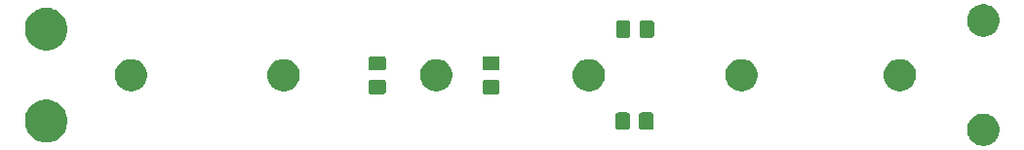
<source format=gbr>
G04 #@! TF.GenerationSoftware,KiCad,Pcbnew,(5.1.6)-1*
G04 #@! TF.CreationDate,2020-10-19T10:56:23-05:00*
G04 #@! TF.ProjectId,tri-slot-feedlines,7472692d-736c-46f7-942d-666565646c69,rev?*
G04 #@! TF.SameCoordinates,Original*
G04 #@! TF.FileFunction,Soldermask,Top*
G04 #@! TF.FilePolarity,Negative*
%FSLAX46Y46*%
G04 Gerber Fmt 4.6, Leading zero omitted, Abs format (unit mm)*
G04 Created by KiCad (PCBNEW (5.1.6)-1) date 2020-10-19 10:56:23*
%MOMM*%
%LPD*%
G01*
G04 APERTURE LIST*
%ADD10C,0.100000*%
G04 APERTURE END LIST*
D10*
G36*
X44318433Y-3384893D02*
G01*
X44408657Y-3402839D01*
X44442885Y-3417017D01*
X44663621Y-3508449D01*
X44739763Y-3559325D01*
X44893086Y-3661772D01*
X45088228Y-3856914D01*
X45190675Y-4010237D01*
X45241551Y-4086379D01*
X45347161Y-4341344D01*
X45396358Y-4588674D01*
X45401000Y-4612014D01*
X45401000Y-4887986D01*
X45347161Y-5158657D01*
X45303415Y-5264267D01*
X45241551Y-5413621D01*
X45241550Y-5413622D01*
X45088228Y-5643086D01*
X44893086Y-5838228D01*
X44739763Y-5940675D01*
X44663621Y-5991551D01*
X44514267Y-6053415D01*
X44408657Y-6097161D01*
X44318433Y-6115107D01*
X44137988Y-6151000D01*
X43862012Y-6151000D01*
X43681567Y-6115107D01*
X43591343Y-6097161D01*
X43485733Y-6053415D01*
X43336379Y-5991551D01*
X43260237Y-5940675D01*
X43106914Y-5838228D01*
X42911772Y-5643086D01*
X42758450Y-5413622D01*
X42758449Y-5413621D01*
X42696585Y-5264267D01*
X42652839Y-5158657D01*
X42599000Y-4887986D01*
X42599000Y-4612014D01*
X42603643Y-4588674D01*
X42652839Y-4341344D01*
X42758449Y-4086379D01*
X42809325Y-4010237D01*
X42911772Y-3856914D01*
X43106914Y-3661772D01*
X43260237Y-3559325D01*
X43336379Y-3508449D01*
X43557115Y-3417017D01*
X43591343Y-3402839D01*
X43681567Y-3384893D01*
X43862012Y-3349000D01*
X44137988Y-3349000D01*
X44318433Y-3384893D01*
G37*
G36*
X-36988887Y-2184567D02*
G01*
X-36810083Y-2220133D01*
X-36670552Y-2277929D01*
X-36473224Y-2359664D01*
X-36170057Y-2562234D01*
X-35912234Y-2820057D01*
X-35709664Y-3123224D01*
X-35657566Y-3249000D01*
X-35570133Y-3460083D01*
X-35499000Y-3817692D01*
X-35499000Y-4182308D01*
X-35570133Y-4539917D01*
X-35587972Y-4582983D01*
X-35709664Y-4876776D01*
X-35912234Y-5179943D01*
X-36170057Y-5437766D01*
X-36473224Y-5640336D01*
X-36670552Y-5722071D01*
X-36810083Y-5779867D01*
X-36988888Y-5815434D01*
X-37167691Y-5851000D01*
X-37532309Y-5851000D01*
X-37711112Y-5815434D01*
X-37889917Y-5779867D01*
X-38029448Y-5722071D01*
X-38226776Y-5640336D01*
X-38529943Y-5437766D01*
X-38787766Y-5179943D01*
X-38990336Y-4876776D01*
X-39112028Y-4582983D01*
X-39129867Y-4539917D01*
X-39201000Y-4182308D01*
X-39201000Y-3817692D01*
X-39129867Y-3460083D01*
X-39042434Y-3249000D01*
X-38990336Y-3123224D01*
X-38787766Y-2820057D01*
X-38529943Y-2562234D01*
X-38226776Y-2359664D01*
X-38029448Y-2277929D01*
X-37889917Y-2220133D01*
X-37711113Y-2184567D01*
X-37532309Y-2149000D01*
X-37167691Y-2149000D01*
X-36988887Y-2184567D01*
G37*
G36*
X15204674Y-3253465D02*
G01*
X15242367Y-3264899D01*
X15277103Y-3283466D01*
X15307548Y-3308452D01*
X15332534Y-3338897D01*
X15351101Y-3373633D01*
X15362535Y-3411326D01*
X15367000Y-3456661D01*
X15367000Y-4543339D01*
X15362535Y-4588674D01*
X15351101Y-4626367D01*
X15332534Y-4661103D01*
X15307548Y-4691548D01*
X15277103Y-4716534D01*
X15242367Y-4735101D01*
X15204674Y-4746535D01*
X15159339Y-4751000D01*
X14322661Y-4751000D01*
X14277326Y-4746535D01*
X14239633Y-4735101D01*
X14204897Y-4716534D01*
X14174452Y-4691548D01*
X14149466Y-4661103D01*
X14130899Y-4626367D01*
X14119465Y-4588674D01*
X14115000Y-4543339D01*
X14115000Y-3456661D01*
X14119465Y-3411326D01*
X14130899Y-3373633D01*
X14149466Y-3338897D01*
X14174452Y-3308452D01*
X14204897Y-3283466D01*
X14239633Y-3264899D01*
X14277326Y-3253465D01*
X14322661Y-3249000D01*
X15159339Y-3249000D01*
X15204674Y-3253465D01*
G37*
G36*
X13154674Y-3253465D02*
G01*
X13192367Y-3264899D01*
X13227103Y-3283466D01*
X13257548Y-3308452D01*
X13282534Y-3338897D01*
X13301101Y-3373633D01*
X13312535Y-3411326D01*
X13317000Y-3456661D01*
X13317000Y-4543339D01*
X13312535Y-4588674D01*
X13301101Y-4626367D01*
X13282534Y-4661103D01*
X13257548Y-4691548D01*
X13227103Y-4716534D01*
X13192367Y-4735101D01*
X13154674Y-4746535D01*
X13109339Y-4751000D01*
X12272661Y-4751000D01*
X12227326Y-4746535D01*
X12189633Y-4735101D01*
X12154897Y-4716534D01*
X12124452Y-4691548D01*
X12099466Y-4661103D01*
X12080899Y-4626367D01*
X12069465Y-4588674D01*
X12065000Y-4543339D01*
X12065000Y-3456661D01*
X12069465Y-3411326D01*
X12080899Y-3373633D01*
X12099466Y-3338897D01*
X12124452Y-3308452D01*
X12154897Y-3283466D01*
X12189633Y-3264899D01*
X12227326Y-3253465D01*
X12272661Y-3249000D01*
X13109339Y-3249000D01*
X13154674Y-3253465D01*
G37*
G36*
X-8031326Y-403465D02*
G01*
X-7993633Y-414899D01*
X-7958897Y-433466D01*
X-7928452Y-458452D01*
X-7903466Y-488897D01*
X-7884899Y-523633D01*
X-7873465Y-561326D01*
X-7869000Y-606661D01*
X-7869000Y-1443339D01*
X-7873465Y-1488674D01*
X-7884899Y-1526367D01*
X-7903466Y-1561103D01*
X-7928452Y-1591548D01*
X-7958897Y-1616534D01*
X-7993633Y-1635101D01*
X-8031326Y-1646535D01*
X-8076661Y-1651000D01*
X-9163339Y-1651000D01*
X-9208674Y-1646535D01*
X-9246367Y-1635101D01*
X-9281103Y-1616534D01*
X-9311548Y-1591548D01*
X-9336534Y-1561103D01*
X-9355101Y-1526367D01*
X-9366535Y-1488674D01*
X-9371000Y-1443339D01*
X-9371000Y-606661D01*
X-9366535Y-561326D01*
X-9355101Y-523633D01*
X-9336534Y-488897D01*
X-9311548Y-458452D01*
X-9281103Y-433466D01*
X-9246367Y-414899D01*
X-9208674Y-403465D01*
X-9163339Y-399000D01*
X-8076661Y-399000D01*
X-8031326Y-403465D01*
G37*
G36*
X1858674Y-403465D02*
G01*
X1896367Y-414899D01*
X1931103Y-433466D01*
X1961548Y-458452D01*
X1986534Y-488897D01*
X2005101Y-523633D01*
X2016535Y-561326D01*
X2021000Y-606661D01*
X2021000Y-1443339D01*
X2016535Y-1488674D01*
X2005101Y-1526367D01*
X1986534Y-1561103D01*
X1961548Y-1591548D01*
X1931103Y-1616534D01*
X1896367Y-1635101D01*
X1858674Y-1646535D01*
X1813339Y-1651000D01*
X726661Y-1651000D01*
X681326Y-1646535D01*
X643633Y-1635101D01*
X608897Y-1616534D01*
X578452Y-1591548D01*
X553466Y-1561103D01*
X534899Y-1526367D01*
X523465Y-1488674D01*
X519000Y-1443339D01*
X519000Y-606661D01*
X523465Y-561326D01*
X534899Y-523633D01*
X553466Y-488897D01*
X578452Y-458452D01*
X608897Y-433466D01*
X643633Y-414899D01*
X681326Y-403465D01*
X726661Y-399000D01*
X1813339Y-399000D01*
X1858674Y-403465D01*
G37*
G36*
X-3181567Y1365107D02*
G01*
X-3091343Y1347161D01*
X-2985733Y1303415D01*
X-2836379Y1241551D01*
X-2836378Y1241550D01*
X-2606914Y1088228D01*
X-2411772Y893086D01*
X-2309325Y739763D01*
X-2258449Y663621D01*
X-2216077Y561326D01*
X-2152839Y408657D01*
X-2099000Y137986D01*
X-2099000Y-137986D01*
X-2152839Y-408657D01*
X-2167839Y-444869D01*
X-2258449Y-663621D01*
X-2258450Y-663622D01*
X-2411772Y-893086D01*
X-2606914Y-1088228D01*
X-2760237Y-1190675D01*
X-2836379Y-1241551D01*
X-2985733Y-1303415D01*
X-3091343Y-1347161D01*
X-3181567Y-1365107D01*
X-3362012Y-1401000D01*
X-3637988Y-1401000D01*
X-3818433Y-1365107D01*
X-3908657Y-1347161D01*
X-4014267Y-1303415D01*
X-4163621Y-1241551D01*
X-4239763Y-1190675D01*
X-4393086Y-1088228D01*
X-4588228Y-893086D01*
X-4741550Y-663622D01*
X-4741551Y-663621D01*
X-4832161Y-444869D01*
X-4847161Y-408657D01*
X-4901000Y-137986D01*
X-4901000Y137986D01*
X-4847161Y408657D01*
X-4783923Y561326D01*
X-4741551Y663621D01*
X-4690675Y739763D01*
X-4588228Y893086D01*
X-4393086Y1088228D01*
X-4163622Y1241550D01*
X-4163621Y1241551D01*
X-4014267Y1303415D01*
X-3908657Y1347161D01*
X-3818433Y1365107D01*
X-3637988Y1401000D01*
X-3362012Y1401000D01*
X-3181567Y1365107D01*
G37*
G36*
X-29681567Y1365107D02*
G01*
X-29591343Y1347161D01*
X-29485733Y1303415D01*
X-29336379Y1241551D01*
X-29336378Y1241550D01*
X-29106914Y1088228D01*
X-28911772Y893086D01*
X-28809325Y739763D01*
X-28758449Y663621D01*
X-28716077Y561326D01*
X-28652839Y408657D01*
X-28599000Y137986D01*
X-28599000Y-137986D01*
X-28652839Y-408657D01*
X-28667839Y-444869D01*
X-28758449Y-663621D01*
X-28758450Y-663622D01*
X-28911772Y-893086D01*
X-29106914Y-1088228D01*
X-29260237Y-1190675D01*
X-29336379Y-1241551D01*
X-29485733Y-1303415D01*
X-29591343Y-1347161D01*
X-29681567Y-1365107D01*
X-29862012Y-1401000D01*
X-30137988Y-1401000D01*
X-30318433Y-1365107D01*
X-30408657Y-1347161D01*
X-30514267Y-1303415D01*
X-30663621Y-1241551D01*
X-30739763Y-1190675D01*
X-30893086Y-1088228D01*
X-31088228Y-893086D01*
X-31241550Y-663622D01*
X-31241551Y-663621D01*
X-31332161Y-444869D01*
X-31347161Y-408657D01*
X-31401000Y-137986D01*
X-31401000Y137986D01*
X-31347161Y408657D01*
X-31283923Y561326D01*
X-31241551Y663621D01*
X-31190675Y739763D01*
X-31088228Y893086D01*
X-30893086Y1088228D01*
X-30663622Y1241550D01*
X-30663621Y1241551D01*
X-30514267Y1303415D01*
X-30408657Y1347161D01*
X-30318433Y1365107D01*
X-30137988Y1401000D01*
X-29862012Y1401000D01*
X-29681567Y1365107D01*
G37*
G36*
X-16431567Y1365107D02*
G01*
X-16341343Y1347161D01*
X-16235733Y1303415D01*
X-16086379Y1241551D01*
X-16086378Y1241550D01*
X-15856914Y1088228D01*
X-15661772Y893086D01*
X-15559325Y739763D01*
X-15508449Y663621D01*
X-15466077Y561326D01*
X-15402839Y408657D01*
X-15349000Y137986D01*
X-15349000Y-137986D01*
X-15402839Y-408657D01*
X-15417839Y-444869D01*
X-15508449Y-663621D01*
X-15508450Y-663622D01*
X-15661772Y-893086D01*
X-15856914Y-1088228D01*
X-16010237Y-1190675D01*
X-16086379Y-1241551D01*
X-16235733Y-1303415D01*
X-16341343Y-1347161D01*
X-16431567Y-1365107D01*
X-16612012Y-1401000D01*
X-16887988Y-1401000D01*
X-17068433Y-1365107D01*
X-17158657Y-1347161D01*
X-17264267Y-1303415D01*
X-17413621Y-1241551D01*
X-17489763Y-1190675D01*
X-17643086Y-1088228D01*
X-17838228Y-893086D01*
X-17991550Y-663622D01*
X-17991551Y-663621D01*
X-18082161Y-444869D01*
X-18097161Y-408657D01*
X-18151000Y-137986D01*
X-18151000Y137986D01*
X-18097161Y408657D01*
X-18033923Y561326D01*
X-17991551Y663621D01*
X-17940675Y739763D01*
X-17838228Y893086D01*
X-17643086Y1088228D01*
X-17413622Y1241550D01*
X-17413621Y1241551D01*
X-17264267Y1303415D01*
X-17158657Y1347161D01*
X-17068433Y1365107D01*
X-16887988Y1401000D01*
X-16612012Y1401000D01*
X-16431567Y1365107D01*
G37*
G36*
X37068433Y1365107D02*
G01*
X37158657Y1347161D01*
X37264267Y1303415D01*
X37413621Y1241551D01*
X37413622Y1241550D01*
X37643086Y1088228D01*
X37838228Y893086D01*
X37940675Y739763D01*
X37991551Y663621D01*
X38033923Y561326D01*
X38097161Y408657D01*
X38151000Y137986D01*
X38151000Y-137986D01*
X38097161Y-408657D01*
X38082161Y-444869D01*
X37991551Y-663621D01*
X37991550Y-663622D01*
X37838228Y-893086D01*
X37643086Y-1088228D01*
X37489763Y-1190675D01*
X37413621Y-1241551D01*
X37264267Y-1303415D01*
X37158657Y-1347161D01*
X37068433Y-1365107D01*
X36887988Y-1401000D01*
X36612012Y-1401000D01*
X36431567Y-1365107D01*
X36341343Y-1347161D01*
X36235733Y-1303415D01*
X36086379Y-1241551D01*
X36010237Y-1190675D01*
X35856914Y-1088228D01*
X35661772Y-893086D01*
X35508450Y-663622D01*
X35508449Y-663621D01*
X35417839Y-444869D01*
X35402839Y-408657D01*
X35349000Y-137986D01*
X35349000Y137986D01*
X35402839Y408657D01*
X35466077Y561326D01*
X35508449Y663621D01*
X35559325Y739763D01*
X35661772Y893086D01*
X35856914Y1088228D01*
X36086378Y1241550D01*
X36086379Y1241551D01*
X36235733Y1303415D01*
X36341343Y1347161D01*
X36431567Y1365107D01*
X36612012Y1401000D01*
X36887988Y1401000D01*
X37068433Y1365107D01*
G37*
G36*
X10068433Y1365107D02*
G01*
X10158657Y1347161D01*
X10264267Y1303415D01*
X10413621Y1241551D01*
X10413622Y1241550D01*
X10643086Y1088228D01*
X10838228Y893086D01*
X10940675Y739763D01*
X10991551Y663621D01*
X11033923Y561326D01*
X11097161Y408657D01*
X11151000Y137986D01*
X11151000Y-137986D01*
X11097161Y-408657D01*
X11082161Y-444869D01*
X10991551Y-663621D01*
X10991550Y-663622D01*
X10838228Y-893086D01*
X10643086Y-1088228D01*
X10489763Y-1190675D01*
X10413621Y-1241551D01*
X10264267Y-1303415D01*
X10158657Y-1347161D01*
X10068433Y-1365107D01*
X9887988Y-1401000D01*
X9612012Y-1401000D01*
X9431567Y-1365107D01*
X9341343Y-1347161D01*
X9235733Y-1303415D01*
X9086379Y-1241551D01*
X9010237Y-1190675D01*
X8856914Y-1088228D01*
X8661772Y-893086D01*
X8508450Y-663622D01*
X8508449Y-663621D01*
X8417839Y-444869D01*
X8402839Y-408657D01*
X8349000Y-137986D01*
X8349000Y137986D01*
X8402839Y408657D01*
X8466077Y561326D01*
X8508449Y663621D01*
X8559325Y739763D01*
X8661772Y893086D01*
X8856914Y1088228D01*
X9086378Y1241550D01*
X9086379Y1241551D01*
X9235733Y1303415D01*
X9341343Y1347161D01*
X9431567Y1365107D01*
X9612012Y1401000D01*
X9887988Y1401000D01*
X10068433Y1365107D01*
G37*
G36*
X23318433Y1365107D02*
G01*
X23408657Y1347161D01*
X23514267Y1303415D01*
X23663621Y1241551D01*
X23663622Y1241550D01*
X23893086Y1088228D01*
X24088228Y893086D01*
X24190675Y739763D01*
X24241551Y663621D01*
X24283923Y561326D01*
X24347161Y408657D01*
X24401000Y137986D01*
X24401000Y-137986D01*
X24347161Y-408657D01*
X24332161Y-444869D01*
X24241551Y-663621D01*
X24241550Y-663622D01*
X24088228Y-893086D01*
X23893086Y-1088228D01*
X23739763Y-1190675D01*
X23663621Y-1241551D01*
X23514267Y-1303415D01*
X23408657Y-1347161D01*
X23318433Y-1365107D01*
X23137988Y-1401000D01*
X22862012Y-1401000D01*
X22681567Y-1365107D01*
X22591343Y-1347161D01*
X22485733Y-1303415D01*
X22336379Y-1241551D01*
X22260237Y-1190675D01*
X22106914Y-1088228D01*
X21911772Y-893086D01*
X21758450Y-663622D01*
X21758449Y-663621D01*
X21667839Y-444869D01*
X21652839Y-408657D01*
X21599000Y-137986D01*
X21599000Y137986D01*
X21652839Y408657D01*
X21716077Y561326D01*
X21758449Y663621D01*
X21809325Y739763D01*
X21911772Y893086D01*
X22106914Y1088228D01*
X22336378Y1241550D01*
X22336379Y1241551D01*
X22485733Y1303415D01*
X22591343Y1347161D01*
X22681567Y1365107D01*
X22862012Y1401000D01*
X23137988Y1401000D01*
X23318433Y1365107D01*
G37*
G36*
X-8031326Y1646535D02*
G01*
X-7993633Y1635101D01*
X-7958897Y1616534D01*
X-7928452Y1591548D01*
X-7903466Y1561103D01*
X-7884899Y1526367D01*
X-7873465Y1488674D01*
X-7869000Y1443339D01*
X-7869000Y606661D01*
X-7873465Y561326D01*
X-7884899Y523633D01*
X-7903466Y488897D01*
X-7928452Y458452D01*
X-7958897Y433466D01*
X-7993633Y414899D01*
X-8031326Y403465D01*
X-8076661Y399000D01*
X-9163339Y399000D01*
X-9208674Y403465D01*
X-9246367Y414899D01*
X-9281103Y433466D01*
X-9311548Y458452D01*
X-9336534Y488897D01*
X-9355101Y523633D01*
X-9366535Y561326D01*
X-9371000Y606661D01*
X-9371000Y1443339D01*
X-9366535Y1488674D01*
X-9355101Y1526367D01*
X-9336534Y1561103D01*
X-9311548Y1591548D01*
X-9281103Y1616534D01*
X-9246367Y1635101D01*
X-9208674Y1646535D01*
X-9163339Y1651000D01*
X-8076661Y1651000D01*
X-8031326Y1646535D01*
G37*
G36*
X1858674Y1646535D02*
G01*
X1896367Y1635101D01*
X1931103Y1616534D01*
X1961548Y1591548D01*
X1986534Y1561103D01*
X2005101Y1526367D01*
X2016535Y1488674D01*
X2021000Y1443339D01*
X2021000Y606661D01*
X2016535Y561326D01*
X2005101Y523633D01*
X1986534Y488897D01*
X1961548Y458452D01*
X1931103Y433466D01*
X1896367Y414899D01*
X1858674Y403465D01*
X1813339Y399000D01*
X726661Y399000D01*
X681326Y403465D01*
X643633Y414899D01*
X608897Y433466D01*
X578452Y458452D01*
X553466Y488897D01*
X534899Y523633D01*
X523465Y561326D01*
X519000Y606661D01*
X519000Y1443339D01*
X523465Y1488674D01*
X534899Y1526367D01*
X553466Y1561103D01*
X578452Y1591548D01*
X608897Y1616534D01*
X643633Y1635101D01*
X681326Y1646535D01*
X726661Y1651000D01*
X1813339Y1651000D01*
X1858674Y1646535D01*
G37*
G36*
X-36988888Y5815434D02*
G01*
X-36810083Y5779867D01*
X-36670552Y5722071D01*
X-36473224Y5640336D01*
X-36170057Y5437766D01*
X-35912234Y5179943D01*
X-35709664Y4876776D01*
X-35657566Y4751000D01*
X-35570133Y4539917D01*
X-35499000Y4182308D01*
X-35499000Y3817692D01*
X-35570133Y3460083D01*
X-35587972Y3417017D01*
X-35709664Y3123224D01*
X-35912234Y2820057D01*
X-36170057Y2562234D01*
X-36473224Y2359664D01*
X-36670552Y2277929D01*
X-36810083Y2220133D01*
X-36988887Y2184567D01*
X-37167691Y2149000D01*
X-37532309Y2149000D01*
X-37711113Y2184567D01*
X-37889917Y2220133D01*
X-38029448Y2277929D01*
X-38226776Y2359664D01*
X-38529943Y2562234D01*
X-38787766Y2820057D01*
X-38990336Y3123224D01*
X-39112028Y3417017D01*
X-39129867Y3460083D01*
X-39201000Y3817692D01*
X-39201000Y4182308D01*
X-39129867Y4539917D01*
X-39042434Y4751000D01*
X-38990336Y4876776D01*
X-38787766Y5179943D01*
X-38529943Y5437766D01*
X-38226776Y5640336D01*
X-38029448Y5722071D01*
X-37889917Y5779867D01*
X-37711112Y5815434D01*
X-37532309Y5851000D01*
X-37167691Y5851000D01*
X-36988888Y5815434D01*
G37*
G36*
X13188674Y4746535D02*
G01*
X13226367Y4735101D01*
X13261103Y4716534D01*
X13291548Y4691548D01*
X13316534Y4661103D01*
X13335101Y4626367D01*
X13346535Y4588674D01*
X13351000Y4543339D01*
X13351000Y3456661D01*
X13346535Y3411326D01*
X13335101Y3373633D01*
X13316534Y3338897D01*
X13291548Y3308452D01*
X13261103Y3283466D01*
X13226367Y3264899D01*
X13188674Y3253465D01*
X13143339Y3249000D01*
X12306661Y3249000D01*
X12261326Y3253465D01*
X12223633Y3264899D01*
X12188897Y3283466D01*
X12158452Y3308452D01*
X12133466Y3338897D01*
X12114899Y3373633D01*
X12103465Y3411326D01*
X12099000Y3456661D01*
X12099000Y4543339D01*
X12103465Y4588674D01*
X12114899Y4626367D01*
X12133466Y4661103D01*
X12158452Y4691548D01*
X12188897Y4716534D01*
X12223633Y4735101D01*
X12261326Y4746535D01*
X12306661Y4751000D01*
X13143339Y4751000D01*
X13188674Y4746535D01*
G37*
G36*
X15238674Y4746535D02*
G01*
X15276367Y4735101D01*
X15311103Y4716534D01*
X15341548Y4691548D01*
X15366534Y4661103D01*
X15385101Y4626367D01*
X15396535Y4588674D01*
X15401000Y4543339D01*
X15401000Y3456661D01*
X15396535Y3411326D01*
X15385101Y3373633D01*
X15366534Y3338897D01*
X15341548Y3308452D01*
X15311103Y3283466D01*
X15276367Y3264899D01*
X15238674Y3253465D01*
X15193339Y3249000D01*
X14356661Y3249000D01*
X14311326Y3253465D01*
X14273633Y3264899D01*
X14238897Y3283466D01*
X14208452Y3308452D01*
X14183466Y3338897D01*
X14164899Y3373633D01*
X14153465Y3411326D01*
X14149000Y3456661D01*
X14149000Y4543339D01*
X14153465Y4588674D01*
X14164899Y4626367D01*
X14183466Y4661103D01*
X14208452Y4691548D01*
X14238897Y4716534D01*
X14273633Y4735101D01*
X14311326Y4746535D01*
X14356661Y4751000D01*
X15193339Y4751000D01*
X15238674Y4746535D01*
G37*
G36*
X44318433Y6115107D02*
G01*
X44408657Y6097161D01*
X44514267Y6053415D01*
X44663621Y5991551D01*
X44663622Y5991550D01*
X44893086Y5838228D01*
X45088228Y5643086D01*
X45190675Y5489763D01*
X45241551Y5413621D01*
X45303415Y5264267D01*
X45338344Y5179944D01*
X45347161Y5158656D01*
X45401000Y4887988D01*
X45401000Y4612012D01*
X45347161Y4341344D01*
X45241551Y4086379D01*
X45241550Y4086378D01*
X45088228Y3856914D01*
X44893086Y3661772D01*
X44739763Y3559325D01*
X44663621Y3508449D01*
X44546855Y3460083D01*
X44408657Y3402839D01*
X44318433Y3384893D01*
X44137988Y3349000D01*
X43862012Y3349000D01*
X43681567Y3384893D01*
X43591343Y3402839D01*
X43453145Y3460083D01*
X43336379Y3508449D01*
X43260237Y3559325D01*
X43106914Y3661772D01*
X42911772Y3856914D01*
X42758450Y4086378D01*
X42758449Y4086379D01*
X42652839Y4341344D01*
X42599000Y4612012D01*
X42599000Y4887988D01*
X42652839Y5158656D01*
X42661657Y5179944D01*
X42696585Y5264267D01*
X42758449Y5413621D01*
X42809325Y5489763D01*
X42911772Y5643086D01*
X43106914Y5838228D01*
X43336378Y5991550D01*
X43336379Y5991551D01*
X43485733Y6053415D01*
X43591343Y6097161D01*
X43681567Y6115107D01*
X43862012Y6151000D01*
X44137988Y6151000D01*
X44318433Y6115107D01*
G37*
M02*

</source>
